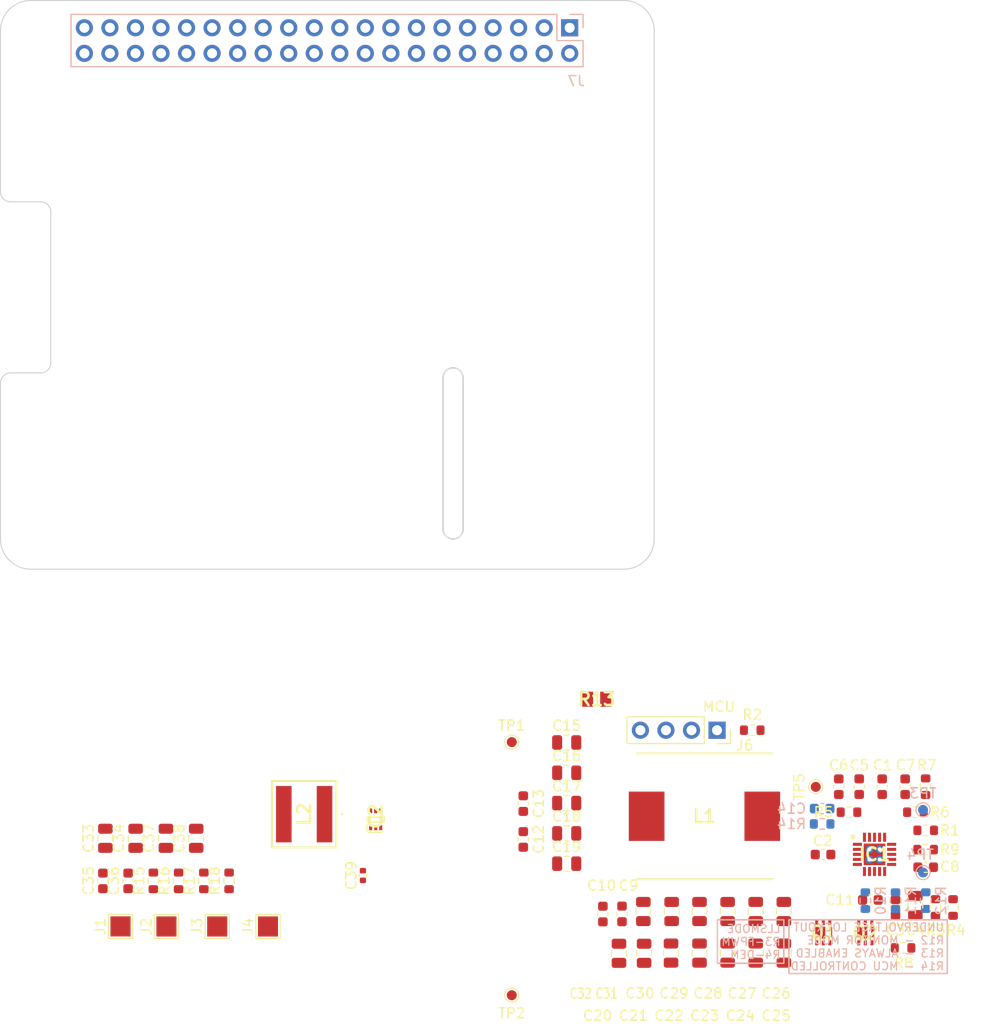
<source format=kicad_pcb>
(kicad_pcb (version 20221018) (generator pcbnew)
  (title_block (title "Power Supply Module with 24V output") (date "2023-10-29") (rev "0.7") (company "Kamil Adam Jabłoński"))
  (layers (0 "F.Cu" signal) (1 "In1.Cu" signal) (2 "In2.Cu" signal) (31 "B.Cu" signal) (34 "B.Paste" user) (35 "F.Paste" user) (36 "B.SilkS" user "B.Silkscreen") (37 "F.SilkS" user "F.Silkscreen") (38 "B.Mask" user) (39 "F.Mask" user) (44 "Edge.Cuts" user))
  (net 0 "")
  (net 1 "VCC")
  (net 2 "GND")
  (net 3 "/HB")
  (net 4 "/SW")
  (net 5 "/VCC_DRIVER")
  (net 6 "Net-(IC1-SS)")
  (net 7 "/COMP")
  (net 8 "Net-(C6-Pad1)")
  (net 9 "/VREF")
  (net 10 "/CSN")
  (net 11 "/VOUT")
  (net 12 "/UVLO")
  (net 13 "/PGOOD")
  (net 14 "/HO")
  (net 15 "/LO")
  (net 16 "/MODE")
  (net 17 "Net-(IC1-RT)")
  (net 18 "/TRK")
  (net 19 "/VCC_MCU")
  (net 20 "Net-(L1-Pad1)")
  (net 21 "/MCU_EN")
  (net 22 "Net-(C8-Pad1)")
  (net 23 "/5V")
  (net 24 "Net-(IC2-FB)")
  (net 25 "Net-(IC2-SW)")
  (net 26 "Net-(IC2-EN)")
  (net 67 "/5V_Logic_Power/5V")
  (footprint "TestPoint:TestPoint_Pad_2.0x2.0mm" (layer "F.Cu") (at 122 146.25 90)
    (fp_text reference "J2" (at 0 -1.998 90) (layer "F.SilkS"))
    (fp_text value "Conn_01x01_Pin")
    (pad "1" smd rect (at 0 0 90) (size 2 2) (layers "F.Cu" "F.Mask") (net 23 "/5V"))
  )
  (footprint "parts:RPi_Hat_Mounting_Hole" (layer "F.Cu") (at 109 107.25)
    (fp_text reference "H4" hide)
    (fp_text value "MountingHole" hide)
    (pad "" np_thru_hole circle locked (at 0 0) (size 2.75 2.75) (drill 2.75) (layers "*.Cu" "*.Mask") (clearance 1.725))
  )
  (footprint "parts:RPi_Hat_Mounting_Hole" (layer "F.Cu") (at 167 58.25)
    (fp_text reference "H2" hide)
    (fp_text value "MountingHole" hide)
    (pad "" np_thru_hole circle locked (at 0 0) (size 2.75 2.75) (drill 2.75) (layers "*.Cu" "*.Mask") (clearance 1.725))
  )
  (footprint "Resistor_SMD:R_0603_1608Metric" (layer "F.Cu") (at 197.492 138.614)
    (fp_text reference "R9" (at 2.408 0) (layer "F.SilkS"))
    (fp_text value "12k")
    (pad "1" smd roundrect (at -0.825 0) (size 0.8 0.95) (layers "F.Cu" "F.Paste" "F.Mask") (net 22 "Net-(C8-Pad1)"))
    (pad "2" smd roundrect (at 0.825 0) (size 0.8 0.95) (layers "F.Cu" "F.Paste" "F.Mask") (net 2 "GND"))
  )
  (footprint "Capacitor_SMD:C_0805_2012Metric" (layer "F.Cu") (at 161.802 140.012)
    (fp_text reference "C19" (at 0 -1.68) (layer "F.SilkS"))
    (fp_text value "22uF")
    (pad "1" smd roundrect (at -0.95 0) (size 1 1.45) (layers "F.Cu" "F.Paste" "F.Mask") (net 1 "VCC"))
    (pad "2" smd roundrect (at 0.95 0) (size 1 1.45) (layers "F.Cu" "F.Paste" "F.Mask") (net 2 "GND"))
  )
  (footprint "Capacitor_SMD:C_0805_2012Metric" (layer "F.Cu") (at 161.802 133.992)
    (fp_text reference "C17" (at 0 -1.68) (layer "F.SilkS"))
    (fp_text value "22uF")
    (pad "1" smd roundrect (at -0.95 0) (size 1 1.45) (layers "F.Cu" "F.Paste" "F.Mask") (net 1 "VCC"))
    (pad "2" smd roundrect (at 0.95 0) (size 1 1.45) (layers "F.Cu" "F.Paste" "F.Mask") (net 2 "GND"))
  )
  (footprint "Capacitor_SMD:C_0805_2012Metric" (layer "F.Cu") (at 118.94 137.49 90)
    (fp_text reference "C34" (at 0 -1.68 90) (layer "F.SilkS"))
    (fp_text value "10uF")
    (pad "1" smd roundrect (at -0.95 0 90) (size 1 1.45) (layers "F.Cu" "F.Paste" "F.Mask") (net 1 "VCC"))
    (pad "2" smd roundrect (at 0.95 0 90) (size 1 1.45) (layers "F.Cu" "F.Paste" "F.Mask") (net 2 "GND"))
  )
  (footprint "Resistor_SMD:R_0603_1608Metric" (layer "F.Cu") (at 198.472 144.364 90)
    (fp_text reference "R3" (at -2.25 0.028) (layer "F.SilkS"))
    (fp_text value "0R")
    (pad "1" smd roundrect (at -0.825 0 90) (size 0.8 0.95) (layers "F.Cu" "F.Paste" "F.Mask") (net 16 "/MODE"))
    (pad "2" smd roundrect (at 0.825 0 90) (size 0.8 0.95) (layers "F.Cu" "F.Paste" "F.Mask") (net 5 "/VCC_DRIVER"))
  )
  (footprint "parts:RPi_Hat_Mounting_Hole" (layer "F.Cu") (at 167 107.25)
    (fp_text reference "H3" hide)
    (fp_text value "MountingHole" hide)
    (pad "" np_thru_hole circle locked (at 0 0) (size 2.75 2.75) (drill 2.75) (layers "*.Cu" "*.Mask") (clearance 1.725))
  )
  (footprint "Resistor_SMD:R_0603_1608Metric" (layer "F.Cu") (at 197.5 136.697)
    (fp_text reference "R1" (at 2.4 0) (layer "F.SilkS"))
    (fp_text value "80.6k")
    (pad "1" smd roundrect (at -0.825 0) (size 0.8 0.95) (layers "F.Cu" "F.Paste" "F.Mask") (net 17 "Net-(IC1-RT)"))
    (pad "2" smd roundrect (at 0.825 0) (size 0.8 0.95) (layers "F.Cu" "F.Paste" "F.Mask") (net 2 "GND"))
  )
  (footprint "Capacitor_SMD:C_0805_2012Metric" (layer "F.Cu") (at 161.802 127.972)
    (fp_text reference "C15" (at 0 -1.68) (layer "F.SilkS"))
    (fp_text value "22uF")
    (pad "1" smd roundrect (at -0.95 0) (size 1 1.45) (layers "F.Cu" "F.Paste" "F.Mask") (net 1 "VCC"))
    (pad "2" smd roundrect (at 0.95 0) (size 1 1.45) (layers "F.Cu" "F.Paste" "F.Mask") (net 2 "GND"))
  )
  (footprint "Capacitor_SMD:C_0805_2012Metric" (layer "F.Cu") (at 172.236 144.764 90)
    (fp_text reference "C21" (at -10.348 -3.808794) (layer "F.SilkS"))
    (fp_text value "22uF")
    (pad "1" smd roundrect (at -0.95 0 90) (size 1 1.45) (layers "F.Cu" "F.Paste" "F.Mask") (net 11 "/VOUT"))
    (pad "2" smd roundrect (at 0.95 0 90) (size 1 1.45) (layers "F.Cu" "F.Paste" "F.Mask") (net 2 "GND"))
  )
  (footprint "Capacitor_SMD:C_0805_2012Metric" (layer "F.Cu") (at 175.01 148.894 -90)
    (fp_text reference "C29" (at 3.998 2.540002) (layer "F.SilkS"))
    (fp_text value "22uF")
    (pad "1" smd roundrect (at -0.95 0 270) (size 1 1.45) (layers "F.Cu" "F.Paste" "F.Mask") (net 11 "/VOUT"))
    (pad "2" smd roundrect (at 0.95 0 270) (size 1 1.45) (layers "F.Cu" "F.Paste" "F.Mask") (net 2 "GND"))
  )
  (footprint "Capacitor_SMD:C_0603_1608Metric" (layer "F.Cu") (at 188.856 132.364 90)
    (fp_text reference "C6" (at 2.15 -0.003) (layer "F.SilkS"))
    (fp_text value "6.8nF")
    (pad "1" smd roundrect (at -0.775 0 90) (size 0.9 0.95) (layers "F.Cu" "F.Paste" "F.Mask") (net 8 "Net-(C6-Pad1)"))
    (pad "2" smd roundrect (at 0.775 0 90) (size 0.9 0.95) (layers "F.Cu" "F.Paste" "F.Mask") (net 2 "GND"))
  )
  (footprint "Capacitor_SMD:C_0805_2012Metric" (layer "F.Cu") (at 169.422 144.764 90)
    (fp_text reference "C20" (at -10.348 -4.545492) (layer "F.SilkS"))
    (fp_text value "22uF")
    (pad "1" smd roundrect (at -0.95 0 90) (size 1 1.45) (layers "F.Cu" "F.Paste" "F.Mask") (net 11 "/VOUT"))
    (pad "2" smd roundrect (at 0.95 0 90) (size 1 1.45) (layers "F.Cu" "F.Paste" "F.Mask") (net 2 "GND"))
  )
  (footprint "Resistor_SMD:R_0603_1608Metric" (layer "F.Cu") (at 200.222 144.364 90)
    (fp_text reference "R4" (at -2.25 0.278) (layer "F.SilkS"))
    (fp_text value "0R")
    (pad "1" smd roundrect (at -0.825 0 90) (size 0.8 0.95) (layers "F.Cu" "F.Paste" "F.Mask") (net 16 "/MODE"))
    (pad "2" smd roundrect (at 0.825 0 90) (size 0.8 0.95) (layers "F.Cu" "F.Paste" "F.Mask") (net 2 "GND"))
  )
  (footprint "Capacitor_SMD:C_0603_1608Metric" (layer "F.Cu") (at 157.484 137.599 -90)
    (fp_text reference "C12" (at -0.013 -1.524 90) (layer "F.SilkS"))
    (fp_text value "100nF")
    (pad "1" smd roundrect (at -0.775 0 270) (size 0.9 0.95) (layers "F.Cu" "F.Paste" "F.Mask") (net 1 "VCC"))
    (pad "2" smd roundrect (at 0.775 0 270) (size 0.9 0.95) (layers "F.Cu" "F.Paste" "F.Mask") (net 2 "GND"))
  )
  (footprint "Resistor_SMD:R_0603_1608Metric" (layer "F.Cu") (at 195.25 148.381 180)
    (fp_text reference "R8" (at -0.063 -1.4986) (layer "F.SilkS"))
    (fp_text value "80.6k")
    (pad "1" smd roundrect (at -0.825 0 180) (size 0.8 0.95) (layers "F.Cu" "F.Paste" "F.Mask") (net 1 "VCC"))
    (pad "2" smd roundrect (at 0.825 0 180) (size 0.8 0.95) (layers "F.Cu" "F.Paste" "F.Mask") (net 22 "Net-(C8-Pad1)"))
  )
  (footprint "Capacitor_SMD:C_0603_1608Metric" (layer "F.Cu") (at 157.484 134.043 -90)
    (fp_text reference "C13" (at -0.013 -1.524 90) (layer "F.SilkS"))
    (fp_text value "100nF")
    (pad "1" smd roundrect (at -0.775 0 270) (size 0.9 0.95) (layers "F.Cu" "F.Paste" "F.Mask") (net 1 "VCC"))
    (pad "2" smd roundrect (at 0.775 0 270) (size 0.9 0.95) (layers "F.Cu" "F.Paste" "F.Mask") (net 2 "GND"))
  )
  (footprint "parts:SRP6050CA1R8M" (layer "F.Cu") (at 135.696 135.093 90)
    (fp_text reference "L2" (at 0 0 90) (layer "F.SilkS") (effects (font (size 1.27 1.27) (thickness 0.254))))
    (fp_text value "SRP6050CA-1R8M" hide)
    (pad "1" smd rect (at 0 2.025 180) (size 1.55 5.6) (layers "F.Cu" "F.Paste" "F.Mask") (net 67 "/5V_Logic_Power/5V"))
    (pad "2" smd rect (at 0 -2.025 180) (size 1.55 5.6) (layers "F.Cu" "F.Paste" "F.Mask") (net 25 "Net-(IC2-SW)"))
  )
  (footprint "TestPoint:TestPoint_Pad_D1.0mm" (layer "F.Cu") (at 156.341 127.934)
    (fp_text reference "TP1" (at 0 -1.651) (layer "F.SilkS"))
    (fp_text value "TestPoint_VCC")
    (pad "1" smd circle (at 0 0) (size 1 1) (layers "F.Cu" "F.Mask") (net 1 "VCC"))
  )
  (footprint "Capacitor_SMD:C_0805_2012Metric" (layer "F.Cu") (at 172.176 148.894 -90)
    (fp_text reference "C30" (at 3.998 3.092668) (layer "F.SilkS"))
    (fp_text value "22uF")
    (pad "1" smd roundrect (at -0.95 0 270) (size 1 1.45) (layers "F.Cu" "F.Paste" "F.Mask") (net 11 "/VOUT"))
    (pad "2" smd roundrect (at 0.95 0 270) (size 1 1.45) (layers "F.Cu" "F.Paste" "F.Mask") (net 2 "GND"))
  )
  (footprint "Capacitor_SMD:C_0805_2012Metric" (layer "F.Cu") (at 167 148.914 -90)
    (fp_text reference "C32" (at 4 3.8) (layer "F.SilkS") (effects (font (size 1 0.75) (thickness 0.15) bold)))
    (fp_text value "22uF")
    (pad "1" smd roundrect (at -0.95 0 270) (size 1 1.45) (layers "F.Cu" "F.Paste" "F.Mask") (net 11 "/VOUT"))
    (pad "2" smd roundrect (at 0.95 0 270) (size 1 1.45) (layers "F.Cu" "F.Paste" "F.Mask") (net 2 "GND"))
  )
  (footprint "Capacitor_SMD:C_0805_2012Metric" (layer "F.Cu") (at 121.95 137.49 90)
    (fp_text reference "C37" (at 0 -1.68 90) (layer "F.SilkS"))
    (fp_text value "22uF")
    (pad "1" smd roundrect (at -0.95 0 90) (size 1 1.45) (layers "F.Cu" "F.Paste" "F.Mask") (net 67 "/5V_Logic_Power/5V"))
    (pad "2" smd roundrect (at 0.95 0 90) (size 1 1.45) (layers "F.Cu" "F.Paste" "F.Mask") (net 2 "GND"))
  )
  (footprint "parts:ISK057N04LM6ATLA1" (layer "F.Cu") (at 187.314 146.873)
    (fp_text reference "Q1" (at 0 0) (layer "F.SilkS") (effects (font (size 1.27 1.27) (thickness 0.254))))
    (fp_text value "ISK057N04LM6ATLA1" hide)
    (pad "1" smd rect (at -0.65 1) (size 0.3 0.5) (layers "F.Cu" "F.Paste" "F.Mask") (net 11 "/VOUT"))
    (pad "2" smd rect (at 0 1) (size 0.3 0.5) (layers "F.Cu" "F.Paste" "F.Mask") (net 11 "/VOUT"))
    (pad "3" smd rect (at 0.65 1) (size 0.3 0.5) (layers "F.Cu" "F.Paste" "F.Mask") (net 14 "/HO"))
    (pad "4" smd rect (at 0.65 -1) (size 0.3 0.5) (layers "F.Cu" "F.Paste" "F.Mask") (net 4 "/SW"))
    (pad "5" smd rect (at 0 -1) (size 0.3 0.5) (layers "F.Cu" "F.Paste" "F.Mask") (net 11 "/VOUT"))
    (pad "6" smd rect (at -0.65 -1) (size 0.3 0.5) (layers "F.Cu" "F.Paste" "F.Mask") (net 11 "/VOUT"))
    (pad "7" smd rect (at 0.735 -0.075) (size 0.3 1) (layers "F.Cu" "F.Paste" "F.Mask") (net 4 "/SW"))
    (pad "8" smd rect (at -0.3 0) (size 1 1.2) (layers "F.Cu" "F.Paste" "F.Mask") (net 11 "/VOUT"))
  )
  (footprint "Capacitor_SMD:C_0805_2012Metric" (layer "F.Cu") (at 177.804 148.894 -90)
    (fp_text reference "C28" (at 3.998 1.947336) (layer "F.SilkS"))
    (fp_text value "22uF")
    (pad "1" smd roundrect (at -0.95 0 270) (size 1 1.45) (layers "F.Cu" "F.Paste" "F.Mask") (net 11 "/VOUT"))
    (pad "2" smd roundrect (at 0.95 0 270) (size 1 1.45) (layers "F.Cu" "F.Paste" "F.Mask") (net 2 "GND"))
  )
  (footprint "Resistor_SMD:R_0603_1608Metric" (layer "F.Cu") (at 120.7 141.72 90)
    (fp_text reference "R15" (at 0 -1.43 90) (layer "F.SilkS"))
    (fp_text value "100k")
    (pad "1" smd roundrect (at -0.825 0 90) (size 0.8 0.95) (layers "F.Cu" "F.Paste" "F.Mask") (net 1 "VCC"))
    (pad "2" smd roundrect (at 0.825 0 90) (size 0.8 0.95) (layers "F.Cu" "F.Paste" "F.Mask") (net 26 "Net-(IC2-EN)"))
  )
  (footprint "Capacitor_SMD:C_0805_2012Metric" (layer "F.Cu") (at 180.598 148.894 -90)
    (fp_text reference "C27" (at 3.998 1.35467) (layer "F.SilkS"))
    (fp_text value "22uF")
    (pad "1" smd roundrect (at -0.95 0 270) (size 1 1.45) (layers "F.Cu" "F.Paste" "F.Mask") (net 11 "/VOUT"))
    (pad "2" smd roundrect (at 0.95 0 270) (size 1 1.45) (layers "F.Cu" "F.Paste" "F.Mask") (net 2 "GND"))
  )
  (footprint "Capacitor_SMD:C_0603_1608Metric" (layer "F.Cu") (at 190.888 132.357 90)
    (fp_text reference "C5" (at 2.143 0.012) (layer "F.SilkS"))
    (fp_text value "100pF")
    (pad "1" smd roundrect (at -0.775 0 90) (size 0.9 0.95) (layers "F.Cu" "F.Paste" "F.Mask") (net 7 "/COMP"))
    (pad "2" smd roundrect (at 0.775 0 90) (size 0.9 0.95) (layers "F.Cu" "F.Paste" "F.Mask") (net 2 "GND"))
  )
  (footprint "Capacitor_SMD:C_0603_1608Metric" (layer "F.Cu") (at 195.46 132.364 90)
    (fp_text reference "C7" (at 2.15 0.04) (layer "F.SilkS"))
    (fp_text value "470pF")
    (pad "1" smd roundrect (at -0.775 0 90) (size 0.9 0.95) (layers "F.Cu" "F.Paste" "F.Mask") (net 9 "/VREF"))
    (pad "2" smd roundrect (at 0.775 0 90) (size 0.9 0.95) (layers "F.Cu" "F.Paste" "F.Mask") (net 2 "GND"))
  )
  (footprint "Capacitor_SMD:C_0805_2012Metric" (layer "F.Cu") (at 161.802 137.002)
    (fp_text reference "C18" (at 0 -1.68) (layer "F.SilkS"))
    (fp_text value "22uF")
    (pad "1" smd roundrect (at -0.95 0) (size 1 1.45) (layers "F.Cu" "F.Paste" "F.Mask") (net 1 "VCC"))
    (pad "2" smd roundrect (at 0.95 0) (size 1 1.45) (layers "F.Cu" "F.Paste" "F.Mask") (net 2 "GND"))
  )
  (footprint "Capacitor_SMD:C_0402_1005Metric" (layer "F.Cu") (at 141.538 141.189 90)
    (fp_text reference "C39" (at 0 -1.16 90) (layer "F.SilkS"))
    (fp_text value "33pF")
    (pad "1" smd roundrect (at -0.48 0 90) (size 0.56 0.62) (layers "F.Cu" "F.Paste" "F.Mask") (net 24 "Net-(IC2-FB)"))
    (pad "2" smd roundrect (at 0.48 0 90) (size 0.56 0.62) (layers "F.Cu" "F.Paste" "F.Mask") (net 67 "/5V_Logic_Power/5V"))
  )
  (footprint "Capacitor_SMD:C_0805_2012Metric" (layer "F.Cu") (at 115.93 137.49 90)
    (fp_text reference "C33" (at 0 -1.68 90) (layer "F.SilkS"))
    (fp_text value "10uF")
    (pad "1" smd roundrect (at -0.95 0 90) (size 1 1.45) (layers "F.Cu" "F.Paste" "F.Mask") (net 1 "VCC"))
    (pad "2" smd roundrect (at 0.95 0 90) (size 1 1.45) (layers "F.Cu" "F.Paste" "F.Mask") (net 2 "GND"))
  )
  (footprint "Resistor_SMD:R_0603_1608Metric" (layer "F.Cu") (at 128.23 141.72 90)
    (fp_text reference "R18" (at 0 -1.43 90) (layer "F.SilkS"))
    (fp_text value "30k")
    (pad "1" smd roundrect (at -0.825 0 90) (size 0.8 0.95) (layers "F.Cu" "F.Paste" "F.Mask") (net 24 "Net-(IC2-FB)"))
    (pad "2" smd roundrect (at 0.825 0 90) (size 0.8 0.95) (layers "F.Cu" "F.Paste" "F.Mask") (net 2 "GND"))
  )
  (footprint "parts:INDPM135125X650N" (layer "F.Cu") (at 175.5 135.3)
    (fp_text reference "L1" (at 0 0) (layer "F.SilkS") (effects (font (size 1.27 1.27) (thickness 0.254))))
    (fp_text value "SRP1265CC-150M" hide)
    (pad "1" smd rect (at -5.75 0) (size 3.55 4.9) (layers "F.Cu" "F.Paste" "F.Mask") (net 20 "Net-(L1-Pad1)"))
    (pad "2" smd rect (at 5.75 0) (size 3.55 4.9) (layers "F.Cu" "F.Paste" "F.Mask") (net 4 "/SW"))
  )
  (footprint "Resistor_SMD:R_0603_1608Metric" (layer "F.Cu") (at 189.872 134.897 180)
    (fp_text reference "R5" (at 2.54 0) (layer "F.SilkS"))
    (fp_text value "38.3k")
    (pad "1" smd roundrect (at -0.825 0 180) (size 0.8 0.95) (layers "F.Cu" "F.Paste" "F.Mask") (net 7 "/COMP"))
    (pad "2" smd roundrect (at 0.825 0 180) (size 0.8 0.95) (layers "F.Cu" "F.Paste" "F.Mask") (net 8 "Net-(C6-Pad1)"))
  )
  (footprint "Capacitor_SMD:C_0603_1608Metric" (layer "F.Cu") (at 197.5 140.364)
    (fp_text reference "C8" (at 2.4 -0.05) (layer "F.SilkS"))
    (fp_text value "330nF")
    (pad "1" smd roundrect (at -0.775 0) (size 0.9 0.95) (layers "F.Cu" "F.Paste" "F.Mask") (net 22 "Net-(C8-Pad1)"))
    (pad "2" smd roundrect (at 0.775 0) (size 0.9 0.95) (layers "F.Cu" "F.Paste" "F.Mask") (net 2 "GND"))
  )
  (footprint "Capacitor_SMD:C_0603_1608Metric" (layer "F.Cu") (at 167.3 145.001 90)
    (fp_text reference "C9" (at 2.825 0.64) (layer "F.SilkS"))
    (fp_text value "100nF")
    (pad "1" smd roundrect (at -0.775 0 90) (size 0.9 0.95) (layers "F.Cu" "F.Paste" "F.Mask") (net 11 "/VOUT"))
    (pad "2" smd roundrect (at 0.775 0 90) (size 0.9 0.95) (layers "F.Cu" "F.Paste" "F.Mask") (net 2 "GND"))
  )
  (footprint "Capacitor_SMD:C_0603_1608Metric" (layer "F.Cu") (at 193.174 132.364 -90)
    (fp_text reference "C1" (at -2.15 -0.026) (layer "F.SilkS"))
    (fp_text value "330nF")
    (pad "1" smd roundrect (at -0.775 0 270) (size 0.9 0.95) (layers "F.Cu" "F.Paste" "F.Mask") (net 2 "GND"))
    (pad "2" smd roundrect (at 0.775 0 270) (size 0.9 0.95) (layers "F.Cu" "F.Paste" "F.Mask") (net 6 "Net-(IC1-SS)"))
  )
  (footprint "Capacitor_SMD:C_0603_1608Metric" (layer "F.Cu") (at 118.19 141.72 90)
    (fp_text reference "C36" (at 0 -1.43 90) (layer "F.SilkS"))
    (fp_text value "100nF")
    (pad "1" smd roundrect (at -0.775 0 90) (size 0.9 0.95) (layers "F.Cu" "F.Paste" "F.Mask") (net 67 "/5V_Logic_Power/5V"))
    (pad "2" smd roundrect (at 0.775 0 90) (size 0.9 0.95) (layers "F.Cu" "F.Paste" "F.Mask") (net 2 "GND"))
  )
  (footprint "Capacitor_SMD:C_0805_2012Metric" (layer "F.Cu") (at 175.01 144.764 90)
    (fp_text reference "C22" (at -10.348 -3.032096) (layer "F.SilkS"))
    (fp_text value "22uF")
    (pad "1" smd roundrect (at -0.95 0 90) (size 1 1.45) (layers "F.Cu" "F.Paste" "F.Mask") (net 11 "/VOUT"))
    (pad "2" smd roundrect (at 0.95 0 90) (size 1 1.45) (layers "F.Cu" "F.Paste" "F.Mask") (net 2 "GND"))
  )
  (footprint "TestPoint:TestPoint_Pad_D1.0mm" (layer "F.Cu") (at 156.341 153.08)
    (fp_text reference "TP2" (at 0 1.778) (layer "F.SilkS"))
    (fp_text value "TestPoint_VOUT")
    (pad "1" smd circle (at 0 0) (size 1 1) (layers "F.Cu" "F.Mask") (net 11 "/VOUT"))
  )
  (footprint "TestPoint:TestPoint_Pad_D1.0mm" (layer "F.Cu") (at 186.567 132.379 90)
    (fp_text reference "TP5" (at 0 -1.651 90) (layer "F.SilkS"))
    (fp_text value "TestPoint_SW")
    (pad "1" smd circle (at 0 0 90) (size 1 1) (layers "F.Cu" "F.Mask") (net 4 "/SW"))
  )
  (footprint "TestPoint:TestPoint_Pad_2.0x2.0mm" (layer "F.Cu") (at 132.1 146.25 90)
    (fp_text reference "J4" (at 0 -1.998 90) (layer "F.SilkS"))
    (fp_text value "Conn_01x01_Pin")
    (pad "1" smd rect (at 0 0 90) (size 2 2) (layers "F.Cu" "F.Mask") (net 1 "VCC"))
  )
  (footprint "Capacitor_SMD:C_0805_2012Metric" (layer "F.Cu") (at 169.5 148.914 -90)
    (fp_text reference "C31" (at 3.998 3.725334) (layer "F.SilkS") (effects (font (size 1 0.75))))
    (fp_text value "22uF")
    (pad "1" smd roundrect (at -0.95 0 270) (size 1 1.45) (layers "F.Cu" "F.Paste" "F.Mask") (net 11 "/VOUT"))
    (pad "2" smd roundrect (at 0.95 0 270) (size 1 1.45) (layers "F.Cu" "F.Paste" "F.Mask") (net 2 "GND"))
  )
  (footprint "parts:RPi_Hat_Mounting_Hole" (layer "F.Cu") (at 109 58.25)
    (fp_text reference "H1" hide)
    (fp_text value "MountingHole" hide)
    (pad "" np_thru_hole circle locked (at 0 0) (size 2.75 2.75) (drill 2.75) (layers "*.Cu" "*.Mask") (clearance 1.725))
  )
  (footprint "Connector_PinSocket_2.54mm:PinSocket_1x04_P2.54mm_Vertical" (layer "F.Cu") (at 176.75 126.75 -90)
    (fp_text reference "J6" (at 1.5 -2.75) (layer "F.SilkS"))
    (fp_text value "MCU_Connector")
    (pad "1" thru_hole rect (at 0 0 270) (size 1.7 1.7) (drill 1) (layers "*.Cu" "*.Mask") (net 13 "/PGOOD"))
    (pad "2" thru_hole oval (at 0 2.54 270) (size 1.7 1.7) (drill 1) (layers "*.Cu" "*.Mask") (net 19 "/VCC_MCU"))
    (pad "3" thru_hole oval (at 0 5.08 270) (size 1.7 1.7) (drill 1) (layers "*.Cu" "*.Mask") (net 2 "GND"))
    (pad "4" thru_hole oval (at 0 7.62 270) (size 1.7 1.7) (drill 1) (layers "*.Cu" "*.Mask") (net 21 "/MCU_EN"))
  )
  (footprint "parts:QFN50P350X350X100-21N-D" (layer "F.Cu") (at 192.412 139.088)
    (fp_text reference "IC1" (at 0 0) (layer "F.SilkS") (effects (font (size 1.27 1.27) (thickness 0.254))))
    (fp_text value "LM51231QRGRRQ1" hide)
    (pad "1" smd rect (at -1.7 -1 90) (size 0.3 0.9) (layers "F.Cu" "F.Paste" "F.Mask") (net 1 "VCC"))
    (pad "2" smd rect (at -1.7 -0.5 90) (size 0.3 0.9) (layers "F.Cu" "F.Paste" "F.Mask") (net 10 "/CSN"))
    (pad "3" smd rect (at -1.7 0 90) (size 0.3 0.9) (layers "F.Cu" "F.Paste" "F.Mask") (net 11 "/VOUT"))
    (pad "4" smd rect (at -1.7 0.5 90) (size 0.3 0.9) (layers "F.Cu" "F.Paste" "F.Mask") (net 13 "/PGOOD"))
    (pad "5" smd rect (at -1.7 1 90) (size 0.3 0.9) (layers "F.Cu" "F.Paste" "F.Mask") (net 14 "/HO"))
    (pad "6" smd rect (at -1 1.7) (size 0.3 0.9) (layers "F.Cu" "F.Paste" "F.Mask") (net 4 "/SW"))
    (pad "7" smd rect (at -0.5 1.7) (size 0.3 0.9) (layers "F.Cu" "F.Paste" "F.Mask") (net 3 "/HB"))
    (pad "8" smd rect (at 0 1.7) (size 0.3 0.9) (layers "F.Cu" "F.Paste" "F.Mask") (net 1 "VCC"))
    (pad "9" smd rect (at 0.5 1.7) (size 0.3 0.9) (layers "F.Cu" "F.Paste" "F.Mask") (net 5 "/VCC_DRIVER"))
    (pad "10" smd rect (at 1 1.7) (size 0.3 0.9) (layers "F.Cu" "F.Paste" "F.Mask") (net 2 "GND"))
    (pad "11" smd rect (at 1.7 1 90) (size 0.3 0.9) (layers "F.Cu" "F.Paste" "F.Mask") (net 15 "/LO"))
    (pad "12" smd rect (at 1.7 0.5 90) (size 0.3 0.9) (layers "F.Cu" "F.Paste" "F.Mask") (net 16 "/MODE"))
    (pad "13" smd rect (at 1.7 0 90) (size 0.3 0.9) (layers "F.Cu" "F.Paste" "F.Mask") (net 12 "/UVLO"))
    (pad "14" smd rect (at 1.7 -0.5 90) (size 0.3 0.9) (layers "F.Cu" "F.Paste" "F.Mask") (net 2 "GND"))
    (pad "15" smd rect (at 1.7 -1 90) (size 0.3 0.9) (layers "F.Cu" "F.Paste" "F.Mask") (net 17 "Net-(IC1-RT)"))
    (pad "16" smd rect (at 1 -1.7) (size 0.3 0.9) (layers "F.Cu" "F.Paste" "F.Mask") (net 9 "/VREF"))
    (pad "17" smd rect (at 0.5 -1.7) (size 0.3 0.9) (layers "F.Cu" "F.Paste" "F.Mask") (net 6 "Net-(IC1-SS)"))
    (pad "18" smd rect (at 0 -1.7) (size 0.3 0.9) (layers "F.Cu" "F.Paste" "F.Mask") (net 18 "/TRK"))
    (pad "19" smd rect (at -0.5 -1.7) (size 0.3 0.9) (layers "F.Cu" "F.Paste" "F.Mask") (net 2 "GND"))
    (pad "20" smd rect (at -1 -1.7) (size 0.3 0.9) (layers "F.Cu" "F.Paste" "F.Mask") (net 7 "/COMP"))
    (pad "21" smd rect (at 0 0) (size 2.15 2.15) (layers "F.Cu" "F.Paste" "F.Mask") (net 2 "GND"))
  )
  (footprint "Capacitor_SMD:C_0603_1608Metric" (layer "F.Cu") (at 115.68 141.72 90)
    (fp_text reference "C35" (at 0 -1.43 90) (layer "F.SilkS"))
    (fp_text value "100nF")
    (pad "1" smd roundrect (at -0.775 0 90) (size 0.9 0.95) (layers "F.Cu" "F.Paste" "F.Mask") (net 1 "VCC"))
    (pad "2" smd roundrect (at 0.775 0 90) (size 0.9 0.95) (layers "F.Cu" "F.Paste" "F.Mask") (net 2 "GND"))
  )
  (footprint "Resistor_SMD:R_0603_1608Metric" (layer "F.Cu") (at 197.492 132.364 90)
    (fp_text reference "R7" (at 2.15 0.108) (layer "F.SilkS"))
    (fp_text value "14k")
    (pad "1" smd roundrect (at -0.825 0 90) (size 0.8 0.95) (layers "F.Cu" "F.Paste" "F.Mask") (net 18 "/TRK"))
    (pad "2" smd roundrect (at 0.825 0 90) (size 0.8 0.95) (layers "F.Cu" "F.Paste" "F.Mask") (net 2 "GND"))
  )
  (footprint "Resistor_SMD:R_0603_1608Metric" (layer "F.Cu") (at 196.476 134.897)
    (fp_text reference "R6" (at 2.424 0) (layer "F.SilkS"))
    (fp_text value "21k")
    (pad "1" smd roundrect (at -0.825 0) (size 0.8 0.95) (layers "F.Cu" "F.Paste" "F.Mask") (net 9 "/VREF"))
    (pad "2" smd roundrect (at 0.825 0) (size 0.8 0.95) (layers "F.Cu" "F.Paste" "F.Mask") (net 18 "/TRK"))
  )
  (footprint "Capacitor_SMD:C_0805_2012Metric" (layer "F.Cu") (at 124.96 137.49 90)
    (fp_text reference "C38" (at 0 -1.68 90) (layer "F.SilkS"))
    (fp_text value "22uF")
    (pad "1" smd roundrect (at -0.95 0 90) (size 1 1.45) (layers "F.Cu" "F.Paste" "F.Mask") (net 67 "/5V_Logic_Power/5V"))
    (pad "2" smd roundrect (at 0.95 0 90) (size 1 1.45) (layers "F.Cu" "F.Paste" "F.Mask") (net 2 "GND"))
  )
  (footprint "Capacitor_SMD:C_0805_2012Metric" (layer "F.Cu") (at 196.472 144.164 -90)
    (fp_text reference "C4" (at 2.45 -0.028) (layer "F.SilkS"))
    (fp_text value "4.7uF")
    (pad "1" smd roundrect (at -0.95 0 270) (size 1 1.45) (layers "F.Cu" "F.Paste" "F.Mask") (net 5 "/VCC_DRIVER"))
    (pad "2" smd roundrect (at 0.95 0 270) (size 1 1.45) (layers "F.Cu" "F.Paste" "F.Mask") (net 2 "GND"))
  )
  (footprint "Capacitor_SMD:C_0603_1608Metric" (layer "F.Cu") (at 165.4 145.014 90)
    (fp_text reference "C10" (at 2.838 -0.122) (layer "F.SilkS"))
    (fp_text value "100nF")
    (pad "1" smd roundrect (at -0.775 0 90) (size 0.9 0.95) (layers "F.Cu" "F.Paste" "F.Mask") (net 11 "/VOUT"))
    (pad "2" smd roundrect (at 0.775 0 90) (size 0.9 0.95) (layers "F.Cu" "F.Paste" "F.Mask") (net 2 "GND"))
  )
  (footprint "Capacitor_SMD:C_0805_2012Metric" (layer "F.Cu") (at 183.392 144.764 90)
    (fp_text reference "C25" (at -10.348 -0.762) (layer "F.SilkS"))
    (fp_text value "22uF")
    (pad "1" smd roundrect (at -0.95 0 90) (size 1 1.45) (layers "F.Cu" "F.Paste" "F.Mask") (net 11 "/VOUT"))
    (pad "2" smd roundrect (at 0.95 0 90) (size 1 1.45) (layers "F.Cu" "F.Paste" "F.Mask") (net 2 "GND"))
  )
  (footprint "Resistor_SMD:R_0603_1608Metric" (layer "F.Cu") (at 123.21 141.72 90)
    (fp_text reference "R16" (at 0 -1.43 90) (layer "F.SilkS"))
    (fp_text value "17.4k")
    (pad "1" smd roundrect (at -0.825 0 90) (size 0.8 0.95) (layers "F.Cu" "F.Paste" "F.Mask") (net 26 "Net-(IC2-EN)"))
    (pad "2" smd roundrect (at 0.825 0 90) (size 0.8 0.95) (layers "F.Cu" "F.Paste" "F.Mask") (net 2 "GND"))
  )
  (footprint "Capacitor_SMD:C_0805_2012Metric" (layer "F.Cu") (at 180.598 144.764 90)
    (fp_text reference "C24" (at -10.348 -1.5187) (layer "F.SilkS"))
    (fp_text value "22uF")
    (pad "1" smd roundrect (at -0.95 0 90) (size 1 1.45) (layers "F.Cu" "F.Paste" "F.Mask") (net 11 "/VOUT"))
    (pad "2" smd roundrect (at 0.95 0 90) (size 1 1.45) (layers "F.Cu" "F.Paste" "F.Mask") (net 2 "GND"))
  )
  (footprint "parts:SOTFL50P160X60-6N" (layer "F.Cu") (at 142.808 135.601 90)
    (fp_text reference "IC2" (at 0 0 90) (layer "F.SilkS") (effects (font (size 1.27 1.27) (thickness 0.254))))
    (fp_text value "TPS564242DRLR" hide)
    (pad "1" smd rect (at -0.838 -0.5 180) (size 0.3 0.475) (layers "F.Cu" "F.Paste" "F.Mask") (net 1 "VCC"))
    (pad "2" smd rect (at -0.838 0 180) (size 0.3 0.475) (layers "F.Cu" "F.Paste" "F.Mask") (net 25 "Net-(IC2-SW)"))
    (pad "3" smd rect (at -0.838 0.5 180) (size 0.3 0.475) (layers "F.Cu" "F.Paste" "F.Mask") (net 2 "GND"))
    (pad "4" smd rect (at 0.838 0.5 180) (size 0.3 0.475) (layers "F.Cu" "F.Paste" "F.Mask") (net 2 "GND"))
    (pad "5" smd rect (at 0.838 0 180) (size 0.3 0.475) (layers "F.Cu" "F.Paste" "F.Mask") (net 26 "Net-(IC2-EN)"))
    (pad "6" smd rect (at 0.838 -0.5 180) (size 0.3 0.475) (layers "F.Cu" "F.Paste" "F.Mask") (net 24 "Net-(IC2-FB)"))
  )
  (footprint "parts:ISK057N04LM6ATLA1" (layer "F.Cu") (at 191.493 146.873)
    (fp_text reference "Q2" (at 0 0) (layer "F.SilkS") (effects (font (size 1.27 1.27) (thickness 0.254))))
    (fp_text value "ISK057N04LM6ATLA1" hide)
    (pad "1" smd rect (at -0.65 1) (size 0.3 0.5) (layers "F.Cu" "F.Paste" "F.Mask") (net 4 "/SW"))
    (pad "2" smd rect (at 0 1) (size 0.3 0.5) (layers "F.Cu" "F.Paste" "F.Mask") (net 4 "/SW"))
    (pad "3" smd rect (at 0.65 1) (size 0.3 0.5) (layers "F.Cu" "F.Paste" "F.Mask") (net 15 "/LO"))
    (pad "4" smd rect (at 0.65 -1) (size 0.3 0.5) (layers "F.Cu" "F.Paste" "F.Mask") (net 2 "GND"))
    (pad "5" smd rect (at 0 -1) (size 0.3 0.5) (layers "F.Cu" "F.Paste" "F.Mask") (net 4 "/SW"))
    (pad "6" smd rect (at -0.65 -1) (size 0.3 0.5) (layers "F.Cu" "F.Paste" "F.Mask") (net 4 "/SW"))
    (pad "7" smd rect (at 0.735 -0.075) (size 0.3 1) (layers "F.Cu" "F.Paste" "F.Mask") (net 2 "GND"))
    (pad "8" smd rect (at -0.3 0) (size 1 1.2) (layers "F.Cu" "F.Paste" "F.Mask") (net 4 "/SW"))
  )
  (footprint "Capacitor_SMD:C_0805_2012Metric" (layer "F.Cu") (at 183.392 148.894 -90)
    (fp_text reference "C26" (at 3.998 0.762) (layer "F.SilkS"))
    (fp_text value "22uF")
    (pad "1" smd roundrect (at -0.95 0 270) (size 1 1.45) (layers "F.Cu" "F.Paste" "F.Mask") (net 11 "/VOUT"))
    (pad "2" smd roundrect (at 0.95 0 270) (size 1 1.45) (layers "F.Cu" "F.Paste" "F.Mask") (net 2 "GND"))
  )
  (footprint "Resistor_SMD:R_0603_1608Metric" (layer "F.Cu") (at 125.72 141.72 90)
    (fp_text reference "R17" (at 0 -1.43 90) (layer "F.SilkS"))
    (fp_text value "220k")
    (pad "1" smd roundrect (at -0.825 0 90) (size 0.8 0.95) (layers "F.Cu" "F.Paste" "F.Mask") (net 67 "/5V_Logic_Power/5V"))
    (pad "2" smd roundrect (at 0.825 0 90) (size 0.8 0.95) (layers "F.Cu" "F.Paste" "F.Mask") (net 24 "Net-(IC2-FB)"))
  )
  (footprint "Capacitor_SMD:C_0603_1608Metric" (layer "F.Cu") (at 187.292 139.1026)
    (fp_text reference "C2" (at -0.0392 -1.3642) (layer "F.SilkS"))
    (fp_text value "100nF")
    (pad "1" smd roundrect (at -0.775 0) (size 0.9 0.95) (layers "F.Cu" "F.Paste" "F.Mask") (net 2 "GND"))
    (pad "2" smd roundrect (at 0.775 0) (size 0.9 0.95) (layers "F.Cu" "F.Paste" "F.Mask") (net 11 "/VOUT"))
  )
  (footprint "Capacitor_SMD:C_0603_1608Metric" (layer "F.Cu") (at 192 143.614 180)
    (fp_text reference "C11" (at 3.028 0) (layer "F.SilkS"))
    (fp_text value "100nF")
    (pad "1" smd roundrect (at -0.775 0 180) (size 0.9 0.95) (layers "F.Cu" "F.Paste" "F.Mask") (net 3 "/HB"))
    (pad "2" smd roundrect (at 0.775 0 180) (size 0.9 0.95) (layers "F.Cu" "F.Paste" "F.Mask") (net 4 "/SW"))
  )
  (footprint "parts:RESC2013X85N" (layer "F.Cu") (at 164.78 123.67)
    (fp_text reference "R13" (at 0 0) (layer "F.SilkS") (effects (font (size 1.27 1.27) (thickness 0.254))))
    (fp_text value "WFC08056L000FE66" hide)
    (pad "1" smd rect (at -0.9 0) (size 1.1 1.5) (layers "F.Cu" "F.Paste" "F.Mask") (net 1 "VCC"))
    (pad "2" smd rect (at 0.9 0) (size 1.1 1.5) (layers "F.Cu" "F.Paste" "F.Mask") (net 20 "Net-(L1-Pad1)"))
  )
  (footprint "Capacitor_SMD:C_0805_2012Metric" (layer "F.Cu") (at 161.802 130.982)
    (fp_text reference "C16" (at 0 -1.68) (layer "F.SilkS"))
    (fp_text value "22uF")
    (pad "1" smd roundrect (at -0.95 0) (size 1 1.45) (layers "F.Cu" "F.Paste" "F.Mask") (net 1 "VCC"))
    (pad "2" smd roundrect (at 0.95 0) (size 1 1.45) (layers "F.Cu" "F.Paste" "F.Mask") (net 2 "GND"))
  )
  (footprint "Capacitor_SMD:C_0805_2012Metric" (layer "F.Cu") (at 177.804 144.764 90)
    (fp_text reference "C23" (at -10.348 -2.275398) (layer "F.SilkS"))
    (fp_text value "22uF")
    (pad "1" smd roundrect (at -0.95 0 90) (size 1 1.45) (layers "F.Cu" "F.Paste" "F.Mask") (net 11 "/VOUT"))
    (pad "2" smd roundrect (at 0.95 0 90) (size 1 1.45) (layers "F.Cu" "F.Paste" "F.Mask") (net 2 "GND"))
  )
  (footprint "Resistor_SMD:R_0603_1608Metric" (layer "F.Cu") (at 180.25 126.75)
    (fp_text reference "R2" (at 0 -1.524) (layer "F.SilkS"))
    (fp_text value "100k")
    (pad "1" smd roundrect (at -0.825 0) (size 0.8 0.95) (layers "F.Cu" "F.Paste" "F.Mask") (net 13 "/PGOOD"))
    (pad "2" smd roundrect (at 0.825 0) (size 0.8 0.95) (layers "F.Cu" "F.Paste" "F.Mask") (net 19 "/VCC_MCU"))
  )
  (footprint "TestPoint:TestPoint_Pad_2.0x2.0mm" (layer "F.Cu") (at 127.05 146.25 90)
    (fp_text reference "J3" (at 0 -1.998 90) (layer "F.SilkS"))
    (fp_text value "Conn_01x01_Pin")
    (pad "1" smd rect (at 0 0 90) (size 2 2) (layers "F.Cu" "F.Mask") (net 2 "GND"))
  )
  (footprint "Capacitor_SMD:C_0603_1608Metric" (layer "F.Cu") (at 194.5 144.364 -90)
    (fp_text reference "C3" (at 2.25 0) (layer "F.SilkS"))
    (fp_text value "100nF")
    (pad "1" smd roundrect (at -0.775 0 270) (size 0.9 0.95) (layers "F.Cu" "F.Paste" "F.Mask") (net 1 "VCC"))
    (pad "2" smd roundrect (at 0.775 0 270) (size 0.9 0.95) (layers "F.Cu" "F.Paste" "F.Mask") (net 2 "GND"))
  )
  (footprint "TestPoint:TestPoint_Pad_2.0x2.0mm" (layer "F.Cu") (at 117.433 146.243 90)
    (fp_text reference "J1" (at 0 -1.998 90) (layer "F.SilkS"))
    (fp_text value "Conn_01x01_Pin")
    (pad "1" smd rect (at 0 0 90) (size 2 2) (layers "F.Cu" "F.Mask") (net 11 "/VOUT"))
  )
  (footprint "TestPoint:TestPoint_Pad_D1.0mm" (layer "B.Cu") (at 197.235 140.888 180)
    (fp_text reference "TP4" (at 0.265 1.778) (layer "B.SilkS") (effects (justify mirror)))
    (fp_text value "TestPoint_UVLO")
    (pad "1" smd circle (at 0 0 180) (size 1 1) (layers "B.Cu" "B.Mask") (net 12 "/UVLO"))
  )
  (footprint "Capacitor_SMD:C_0603_1608Metric" (layer "B.Cu") (at 187.202 134.538)
    (fp_text reference "C14" (at -3.048 0) (layer "B.SilkS") (effects (justify mirror)))
    (fp_text value "100pF")
    (pad "1" smd roundrect (at -0.775 0) (size 0.9 0.95) (layers "B.Cu" "B.Paste" "B.Mask") (net 10 "/CSN"))
    (pad "2" smd roundrect (at 0.775 0) (size 0.9 0.95) (layers "B.Cu" "B.Paste" "B.Mask") (net 1 "VCC"))
  )
  (footprint "Resistor_SMD:R_0603_1608Metric" (layer "B.Cu") (at 191.5 143.682 -90)
    (fp_text reference "R10" (at 0 -1.524 90) (layer "B.SilkS") (effects (justify mirror)))
    (fp_text value "0R")
    (pad "1" smd roundrect (at -0.825 0 270) (size 0.8 0.95) (layers "B.Cu" "B.Paste" "B.Mask") (net 12 "/UVLO"))
    (pad "2" smd roundrect (at 0.825 0 270) (size 0.8 0.95) (layers "B.Cu" "B.Paste" "B.Mask") (net 22 "Net-(C8-Pad1)"))
  )
  (footprint "Connector_PinSocket_2.54mm:PinSocket_2x20_P2.54mm_Vertical" (layer "B.Cu") (at 162.1 56.96 90)
    (fp_text reference "J7" (at -5.29 0.65) (layer "B.SilkS") (effects (justify mirror)))
    (fp_text value "RPi_GPIO")
    (pad "1" thru_hole rect locked (at 0 0 90) (size 1.7 1.7) (drill 1) (layers "*.Cu" "*.Mask"))
    (pad "2" thru_hole oval locked (at -2.54 0 90) (size 1.7 1.7) (drill 1) (layers "*.Cu" "*.Mask"))
    (pad "3" thru_hole oval locked (at 0 -2.54 90) (size 1.7 1.7) (drill 1) (layers "*.Cu" "*.Mask"))
    (pad "4" thru_hole oval locked (at -2.54 -2.54 90) (size 1.7 1.7) (drill 1) (layers "*.Cu" "*.Mask"))
    (pad "5" thru_hole oval locked (at 0 -5.08 90) (size 1.7 1.7) (drill 1) (layers "*.Cu" "*.Mask"))
    (pad "6" thru_hole oval locked (at -2.54 -5.08 90) (size 1.7 1.7) (drill 1) (layers "*.Cu" "*.Mask"))
    (pad "7" thru_hole oval locked (at 0 -7.62 90) (size 1.7 1.7) (drill 1) (layers "*.Cu" "*.Mask"))
    (pad "8" thru_hole oval locked (at -2.54 -7.62 90) (size 1.7 1.7) (drill 1) (layers "*.Cu" "*.Mask"))
    (pad "9" thru_hole oval locked (at 0 -10.16 90) (size 1.7 1.7) (drill 1) (layers "*.Cu" "*.Mask"))
    (pad "10" thru_hole oval locked (at -2.54 -10.16 90) (size 1.7 1.7) (drill 1) (layers "*.Cu" "*.Mask"))
    (pad "11" thru_hole oval locked (at 0 -12.7 90) (size 1.7 1.7) (drill 1) (layers "*.Cu" "*.Mask"))
    (pad "12" thru_hole oval locked (at -2.54 -12.7 90) (size 1.7 1.7) (drill 1) (layers "*.Cu" "*.Mask"))
    (pad "13" thru_hole oval locked (at 0 -15.24 90) (size 1.7 1.7) (drill 1) (layers "*.Cu" "*.Mask"))
    (pad "14" thru_hole oval locked (at -2.54 -15.24 90) (size 1.7 1.7) (drill 1) (layers "*.Cu" "*.Mask"))
    (pad "15" thru_hole oval locked (at 0 -17.78 90) (size 1.7 1.7) (drill 1) (layers "*.Cu" "*.Mask"))
    (pad "16" thru_hole oval locked (at -2.54 -17.78 90) (size 1.7 1.7) (drill 1) (layers "*.Cu" "*.Mask"))
    (pad "17" thru_hole oval locked (at 0 -20.32 90) (size 1.7 1.7) (drill 1) (layers "*.Cu" "*.Mask"))
    (pad "18" thru_hole oval locked (at -2.54 -20.32 90) (size 1.7 1.7) (drill 1) (layers "*.Cu" "*.Mask"))
    (pad "19" thru_hole oval locked (at 0 -22.86 90) (size 1.7 1.7) (drill 1) (layers "*.Cu" "*.Mask"))
    (pad "20" thru_hole oval locked (at -2.54 -22.86 90) (size 1.7 1.7) (drill 1) (layers "*.Cu" "*.Mask"))
    (pad "21" thru_hole oval locked (at 0 -25.4 90) (size 1.7 1.7) (drill 1) (layers "*.Cu" "*.Mask"))
    (pad "22" thru_hole oval locked (at -2.54 -25.4 90) (size 1.7 1.7) (drill 1) (layers "*.Cu" "*.Mask"))
    (pad "23" thru_hole oval locked (at 0 -27.94 90) (size 1.7 1.7) (drill 1) (layers "*.Cu" "*.Mask"))
    (pad "24" thru_hole oval locked (at -2.54 -27.94 90) (size 1.7 1.7) (drill 1) (layers "*.Cu" "*.Mask"))
    (pad "25" thru_hole oval locked (at 0 -30.48 90) (size 1.7 1.7) (drill 1) (layers "*.Cu" "*.Mask"))
    (pad "26" thru_hole oval locked (at -2.54 -30.48 90) (size 1.7 1.7) (drill 1) (layers "*.Cu" "*.Mask"))
    (pad "27" thru_hole oval locked (at 0 -33.02 90) (size 1.7 1.7) (drill 1) (layers "*.Cu" "*.Mask"))
    (pad "28" thru_hole oval locked (at -2.54 -33.02 90) (size 1.7 1.7) (drill 1) (layers "*.Cu" "*.Mask"))
    (pad "29" thru_hole oval locked (at 0 -35.56 90) (size 1.7 1.7) (drill 1) (layers "*.Cu" "*.Mask"))
    (pad "30" thru_hole oval locked (at -2.54 -35.56 90) (size 1.7 1.7) (drill 1) (layers "*.Cu" "*.Mask"))
    (pad "31" thru_hole oval locked (at 0 -38.1 90) (size 1.7 1.7) (drill 1) (layers "*.Cu" "*.Mask"))
    (pad "32" thru_hole oval locked (at -2.54 -38.1 90) (size 1.7 1.7) (drill 1) (layers "*.Cu" "*.Mask"))
    (pad "33" thru_hole oval locked (at 0 -40.64 90) (size 1.7 1.7) (drill 1) (layers "*.Cu" "*.Mask"))
    (pad "34" thru_hole oval locked (at -2.54 -40.64 90) (size 1.7 1.7) (drill 1) (layers "*.Cu" "*.Mask"))
    (pad "35" thru_hole oval locked (at 0 -43.18 90) (size 1.7 1.7) (drill 1) (layers "*.Cu" "*.Mask"))
    (pad "36" thru_hole oval locked (at -2.54 -43.18 90) (size 1.7 1.7) (drill 1) (layers "*.Cu" "*.Mask"))
    (pad "37" thru_hole oval locked (at 0 -45.72 90) (size 1.7 1.7) (drill 1) (layers "*.Cu" "*.Mask"))
    (pad "38" thru_hole oval locked (at -2.54 -45.72 90) (size 1.7 1.7) (drill 1) (layers "*.Cu" "*.Mask"))
    (pad "39" thru_hole oval locked (at 0 -48.26 90) (size 1.7 1.7) (drill 1) (layers "*.Cu" "*.Mask"))
    (pad "40" thru_hole oval locked (at -2.54 -48.26 90) (size 1.7 1.7) (drill 1) (layers "*.Cu" "*.Mask"))
  )
  (footprint "TestPoint:TestPoint_Pad_D1.0mm" (layer "B.Cu") (at 197.235 134.665 180)
    (fp_text reference "TP3" (at 0 1.651) (layer "B.SilkS") (effects (justify mirror)))
    (fp_text value "TestPoint_TRK")
    (pad "1" smd circle (at 0 0 180) (size 1 1) (layers "B.Cu" "B.Mask") (net 18 "/TRK"))
  )
  (footprint "Resistor_SMD:R_0603_1608Metric" (layer "B.Cu") (at 197.5 143.682 90)
    (fp_text reference "R12" (at 0 1.524 90) (layer "B.SilkS") (effects (justify mirror)))
    (fp_text value "0R")
    (pad "1" smd roundrect (at -0.825 0 90) (size 0.8 0.95) (layers "B.Cu" "B.Paste" "B.Mask") (net 21 "/MCU_EN"))
    (pad "2" smd roundrect (at 0.825 0 90) (size 0.8 0.95) (layers "B.Cu" "B.Paste" "B.Mask") (net 12 "/UVLO"))
  )
  (footprint "Resistor_SMD:R_0603_1608Metric" (layer "B.Cu") (at 194.5 143.682 -90)
    (fp_text reference "R11" (at 0 -1.524 90) (layer "B.SilkS") (effects (justify mirror)))
    (fp_text value "0R")
    (pad "1" smd roundrect (at -0.825 0 270) (size 0.8 0.95) (layers "B.Cu" "B.Paste" "B.Mask") (net 12 "/UVLO"))
    (pad "2" smd roundrect (at 0.825 0 270) (size 0.8 0.95) (layers "B.Cu" "B.Paste" "B.Mask") (net 1 "VCC"))
  )
  (footprint "Resistor_SMD:R_0603_1608Metric" (layer "B.Cu") (at 187.202 136.062)
    (fp_text reference "R14" (at -3.048 0) (layer "B.SilkS") (effects (justify mirror)))
    (fp_text value "100R")
    (pad "1" smd roundrect (at -0.825 0) (size 0.8 0.95) (layers "B.Cu" "B.Paste" "B.Mask") (net 10 "/CSN"))
    (pad "2" smd roundrect (at 0.825 0) (size 0.8 0.95) (layers "B.Cu" "B.Paste" "B.Mask") (net 20 "Net-(L1-Pad1)"))
  )
  (gr_rect (start 183.9 145.587) (end 199.648 150.921) (stroke (width 0.15)) (fill none) (layer "B.SilkS"))
  (gr_rect (start 176.788 145.587) (end 183.392 149.905) (stroke (width 0.15)) (fill none) (layer "B.SilkS"))
  (gr_arc locked (start 167.5 54.25) (mid 169.62132 55.12868) (end 170.5 57.25) (stroke (width 0.1)) (layer "Edge.Cuts"))
  (gr_arc locked (start 150.5 107.75) (mid 149.792893 107.457107) (end 149.5 106.75) (stroke (width 0.15)) (layer "Edge.Cuts"))
  (gr_line locked (start 110.5 75.25) (end 110.5 90.25) (stroke (width 0.1)) (layer "Edge.Cuts"))
  (gr_arc locked (start 151.5 106.75) (mid 151.207107 107.457107) (end 150.5 107.75) (stroke (width 0.15)) (layer "Edge.Cuts"))
  (gr_line locked (start 109.5 91.25) (end 106.5 91.25) (stroke (width 0.1)) (layer "Edge.Cuts"))
  (gr_line locked (start 106.5 74.25) (end 109.5 74.25) (stroke (width 0.1)) (layer "Edge.Cuts"))
  (gr_arc locked (start 105.5 57.25) (mid 106.37868 55.12868) (end 108.5 54.25) (stroke (width 0.1)) (layer "Edge.Cuts"))
  (gr_arc locked (start 149.5 91.75) (mid 149.792893 91.042893) (end 150.5 90.75) (stroke (width 0.15)) (layer "Edge.Cuts"))
  (gr_arc locked (start 108.5 110.75) (mid 106.37868 109.87132) (end 105.5 107.75) (stroke (width 0.1)) (layer "Edge.Cuts"))
  (gr_line locked (start 149.5 91.75) (end 149.5 106.75) (stroke (width 0.15)) (layer "Edge.Cuts"))
  (gr_arc locked (start 110.5 90.25) (mid 110.207107 90.957107) (end 109.5 91.25) (stroke (width 0.1)) (layer "Edge.Cuts"))
  (gr_arc locked (start 170.5 107.75) (mid 169.62132 109.87132) (end 167.5 110.75) (stroke (width 0.1)) (layer "Edge.Cuts"))
  (gr_line locked (start 151.5 106.75) (end 151.5 91.75) (stroke (width 0.15)) (layer "Edge.Cuts"))
  (gr_arc locked (start 105.5 92.25) (mid 105.792893 91.542893) (end 106.5 91.25) (stroke (width 0.1)) (layer "Edge.Cuts"))
  (gr_line locked (start 105.5 57.25) (end 105.5 73.25) (stroke (width 0.1)) (layer "Edge.Cuts"))
  (gr_arc locked (start 109.5 74.25) (mid 110.207107 74.542893) (end 110.5 75.25) (stroke (width 0.1)) (layer "Edge.Cuts"))
  (gr_line locked (start 170.5 107.75) (end 170.5 57.25) (stroke (width 0.1)) (layer "Edge.Cuts"))
  (gr_line locked (start 108.5 110.75) (end 167.5 110.75) (stroke (width 0.1)) (layer "Edge.Cuts"))
  (gr_arc locked (start 150.5 90.75) (mid 151.207107 91.042893) (end 151.5 91.75) (stroke (width 0.15)) (layer "Edge.Cuts"))
  (gr_line locked (start 167.5 54.25) (end 108.5 54.25) (stroke (width 0.1)) (layer "Edge.Cuts"))
  (gr_line locked (start 105.5 92.25) (end 105.5 107.75) (stroke (width 0.1)) (layer "Edge.Cuts"))
  (gr_arc locked (start 106.5 74.25) (mid 105.792893 73.957107) (end 105.5 73.25) (stroke (width 0.1)) (layer "Edge.Cuts"))
  (gr_text "UNDERVOLTAGE LOCKOUT\nR12 - MONITOR MODE\nR13 - ALWAYS ENABLED\nR14 - MCU CONTROLLED" (at 199.394 150.667) (layer "B.SilkS") (effects (font (size 0.8 0.8) (thickness 0.12)) (justify left bottom mirror)))
  (gr_text "LLSMODE\nR3-FPWM\nR4-DEM" (at 183.138 149.524) (layer "B.SilkS") (effects (font (size 0.8 0.8) (thickness 0.12)) (justify left bottom mirror)))
  (gr_text "MCU" (at 175.25 125) (layer "F.SilkS") (effects (font (size 1 1)) (justify left bottom)))
  (via (at 191.904 138.58) (size 0.8) (drill 0.4) (layers "F.Cu" "B.Cu") (net 2))
  (via (at 191.904 139.596) (size 0.8) (drill 0.4) (layers "F.Cu" "B.Cu") (net 2))
  (via (at 192.92 138.58) (size 0.8) (drill 0.4) (layers "F.Cu" "B.Cu") (net 2))
  (via (at 192.92 139.596) (size 0.8) (drill 0.4) (layers "F.Cu" "B.Cu") (net 2))
)
</source>
